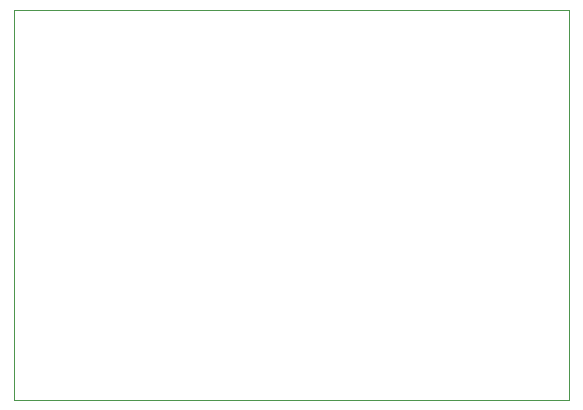
<source format=gbr>
G04 #@! TF.GenerationSoftware,KiCad,Pcbnew,5.1.5-52549c5~84~ubuntu18.04.1*
G04 #@! TF.CreationDate,2020-03-18T13:38:27+01:00*
G04 #@! TF.ProjectId,pcb_loadcell-dev-hx711,7063625f-6c6f-4616-9463-656c6c2d6465,rev?*
G04 #@! TF.SameCoordinates,Original*
G04 #@! TF.FileFunction,Profile,NP*
%FSLAX46Y46*%
G04 Gerber Fmt 4.6, Leading zero omitted, Abs format (unit mm)*
G04 Created by KiCad (PCBNEW 5.1.5-52549c5~84~ubuntu18.04.1) date 2020-03-18 13:38:27*
%MOMM*%
%LPD*%
G04 APERTURE LIST*
%ADD10C,0.050000*%
G04 APERTURE END LIST*
D10*
X44450000Y-109220000D02*
X91440000Y-109220000D01*
X44450000Y-76200000D02*
X44450000Y-109220000D01*
X91440000Y-76200000D02*
X44450000Y-76200000D01*
X91440000Y-109220000D02*
X91440000Y-76200000D01*
M02*

</source>
